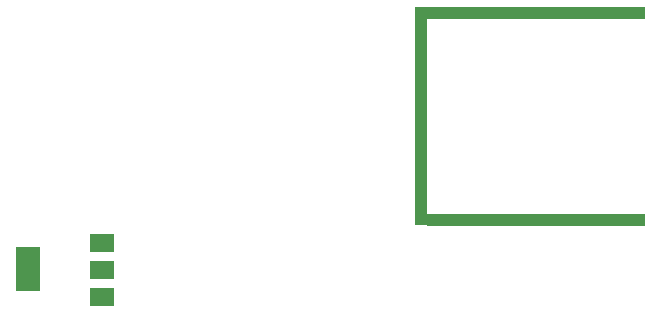
<source format=gbp>
G75*
G70*
%OFA0B0*%
%FSLAX24Y24*%
%IPPOS*%
%LPD*%
%AMOC8*
5,1,8,0,0,1.08239X$1,22.5*
%
%ADD10R,0.0790X0.0590*%
%ADD11R,0.0790X0.1500*%
%ADD12R,0.7283X0.0394*%
%ADD13R,0.0394X0.7283*%
D10*
X024756Y013999D03*
X024756Y014899D03*
X024756Y015799D03*
D11*
X022276Y014909D03*
D12*
X039217Y016563D03*
X039217Y023453D03*
D13*
X035378Y020008D03*
M02*

</source>
